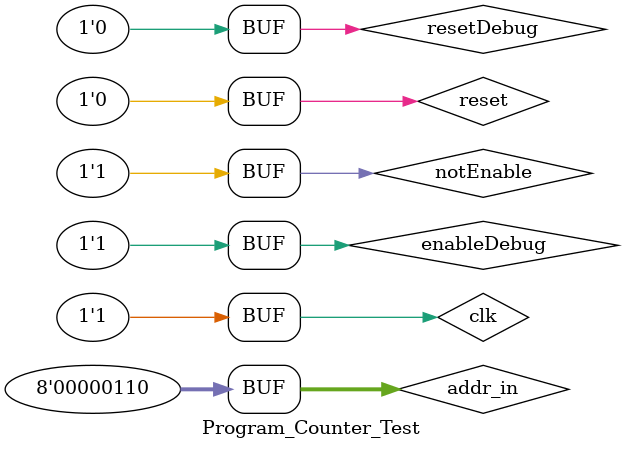
<source format=v>
`timescale 1ns / 1ps


module Program_Counter_Test;

	// Inputs
	reg clk;
	reg notEnable;
	reg reset;
	reg enableDebug;
	reg resetDebug;
	reg [7:0] addr_in;

	// Outputs
	wire [7:0] addr_out;

	// Instantiate the Unit Under Test (UUT)
	Program_Counter uut (
		.clk(clk), 
		.notEnable(notEnable), 
		.reset(reset), 
		.enableDebug(enableDebug), 
		.resetDebug(resetDebug), 
		.addr_in(addr_in), 
		.addr_out(addr_out)
	);

	initial begin
		// Initialize Inputs
		clk = 0;
		notEnable = 1;
		reset = 0;
		enableDebug = 1;
		resetDebug = 0;
		addr_in = 0;

		// Wait 100 ns for global reset to finish
		#100;
        
		// Add stimulus here
		addr_in = 2;
		#100;
		notEnable = 0;
		#100;
		reset = 1;
		#100;
		reset = 0;
		addr_in = 6;
		#100;
		notEnable = 1;
	end
		
		always 
        begin //clock de 100 Mhz como el de la placa
            clk = 1'b0;
            #(10/2) clk = 1'b1;
            #(10/2);
        end
endmodule


</source>
